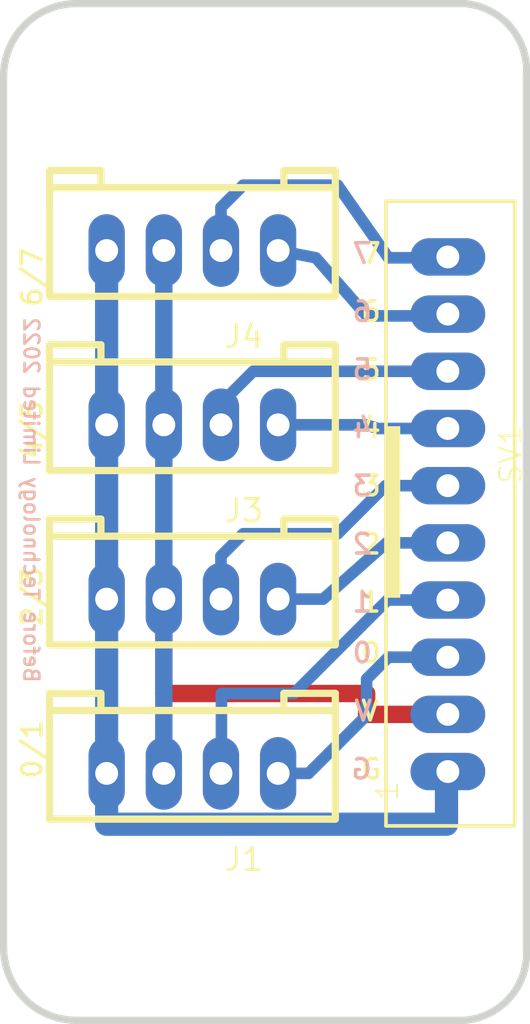
<source format=kicad_pcb>
(kicad_pcb (version 20211014) (generator pcbnew)
  (layers (0 "F.Cu" signal) (31 "B.Cu" signal) (34 "B.Paste" user) (35 "F.Paste" user) (36 "B.SilkS" user "B.Silkscreen") (37 "F.SilkS" user "F.Silkscreen") (38 "B.Mask" user) (39 "F.Mask" user) (44 "Edge.Cuts" user))
  (net 0 "")
  (net 1 "GND")
  (net 2 "N$1")
  (net 3 "N$3")
  (net 4 "N$4")
  (net 5 "N$5")
  (net 6 "N$6")
  (net 7 "N$7")
  (net 8 "N$8")
  (net 9 "N$9")
  (net 10 "N$10")
  (footprint "weaver_grovesil:HW4-2.0" (layer "F.Cu") (at 145.957245 114.1476 180)
    (fp_text reference "J1" (at -2.54 -2.54 180) (layer "F.SilkS") (effects (font (size 0.79121 0.79121) (thickness 0.09779)) (justify right top)))
    (fp_text value "4P-2.0")
    (fp_line (start -5 -1) (end -5 1) (layer "F.SilkS") (width 0.127))
    (fp_line (start -5 2.2) (end -3.2 2.2) (layer "F.SilkS") (width 0.254))
    (fp_line (start 3.2 2.8) (end 5 2.8) (layer "F.SilkS") (width 0.254))
    (fp_line (start -5 2.8) (end -3.2 2.8) (layer "F.SilkS") (width 0.254))
    (fp_line (start 5 -1.5) (end 5 1.5) (layer "F.SilkS") (width 0.254))
    (fp_line (start -5 -1.6) (end -5 2.2) (layer "F.SilkS") (width 0.254))
    (fp_line (start -5 -1.6) (end 5 -1.6) (layer "F.SilkS") (width 0.254))
    (fp_line (start 3.2 2.2) (end 5 2.2) (layer "F.SilkS") (width 0.254))
    (fp_line (start 5 2.8) (end 5 2.2) (layer "F.SilkS") (width 0.254))
    (fp_line (start -3.2 2.8) (end -3.2 2.2) (layer "F.SilkS") (width 0.254))
    (fp_line (start 3.2 2.2) (end 3.2 2.8) (layer "F.SilkS") (width 0.254))
    (fp_line (start -3.2 2.2) (end 3.2 2.2) (layer "F.SilkS") (width 0.254))
    (fp_line (start 5 2.2) (end 5 -1.6) (layer "F.SilkS") (width 0.254))
    (fp_line (start -5 2.2) (end -5 2.8) (layer "F.SilkS") (width 0.254))
    (pad "1" thru_hole oval (at -3 0 270) (size 2.54 1.27) (drill 0.8) (layers *.Cu *.Mask) (net 3 "N$3"))
    (pad "2" thru_hole oval (at -1 0 270) (size 2.54 1.27) (drill 0.8) (layers *.Cu *.Mask) (net 4 "N$4"))
    (pad "3" thru_hole oval (at 1 0 270) (size 2.54 1.27) (drill 0.8) (layers *.Cu *.Mask) (net 2 "N$1"))
    (pad "4" thru_hole oval (at 3 0 270) (size 2.54 1.27) (drill 0.8) (layers *.Cu *.Mask) (net 1 "GND"))
  )
  (footprint "weaver_grovesil:HW4-2.0" (layer "F.Cu") (at 145.957245 101.9556 180)
    (fp_text reference "J3" (at -2.54 -2.54 180) (layer "F.SilkS") (effects (font (size 0.79121 0.79121) (thickness 0.09779)) (justify right top)))
    (fp_text value "4P-2.0")
    (fp_line (start 3.2 2.2) (end 3.2 2.8) (layer "F.SilkS") (width 0.254))
    (fp_line (start 3.2 2.8) (end 5 2.8) (layer "F.SilkS") (width 0.254))
    (fp_line (start -5 2.2) (end -5 2.8) (layer "F.SilkS") (width 0.254))
    (fp_line (start -3.2 2.2) (end 3.2 2.2) (layer "F.SilkS") (width 0.254))
    (fp_line (start -5 2.2) (end -3.2 2.2) (layer "F.SilkS") (width 0.254))
    (fp_line (start 3.2 2.2) (end 5 2.2) (layer "F.SilkS") (width 0.254))
    (fp_line (start -5 2.8) (end -3.2 2.8) (layer "F.SilkS") (width 0.254))
    (fp_line (start -5 -1.6) (end 5 -1.6) (layer "F.SilkS") (width 0.254))
    (fp_line (start -5 -1) (end -5 1) (layer "F.SilkS") (width 0.127))
    (fp_line (start 5 2.2) (end 5 -1.6) (layer "F.SilkS") (width 0.254))
    (fp_line (start 5 -1.5) (end 5 1.5) (layer "F.SilkS") (width 0.254))
    (fp_line (start -5 -1.6) (end -5 2.2) (layer "F.SilkS") (width 0.254))
    (fp_line (start -3.2 2.8) (end -3.2 2.2) (layer "F.SilkS") (width 0.254))
    (fp_line (start 5 2.8) (end 5 2.2) (layer "F.SilkS") (width 0.254))
    (pad "1" thru_hole oval (at -3 0 270) (size 2.54 1.27) (drill 0.8) (layers *.Cu *.Mask) (net 7 "N$7"))
    (pad "2" thru_hole oval (at -1 0 270) (size 2.54 1.27) (drill 0.8) (layers *.Cu *.Mask) (net 8 "N$8"))
    (pad "3" thru_hole oval (at 1 0 270) (size 2.54 1.27) (drill 0.8) (layers *.Cu *.Mask) (net 2 "N$1"))
    (pad "4" thru_hole oval (at 3 0 270) (size 2.54 1.27) (drill 0.8) (layers *.Cu *.Mask) (net 1 "GND"))
  )
  (footprint "weaver_grovesil:JST_B10B-PH_HEADER" (layer "F.Cu") (at 154.847245 110.0836 -90)
    (fp_text reference "SV1" (at -6 -2.6825 -90) (layer "F.SilkS") (effects (font (size 0.747776 0.747776) (thickness 0.065024)) (justify left bottom)))
    (fp_text value "JST-PH_10-PIN_HEADER" hide)
    (fp_text user "1" (at 5.07 1.635 -90) (layer "F.SilkS") (effects (font (size 0.747776 0.747776) (thickness 0.065024)) (justify left bottom)))
    (fp_line (start 5.9 2.1175) (end -15.95 2.1175) (layer "F.SilkS") (width 0.127))
    (fp_line (start -15.95 2.1175) (end -15.95 -2.3825) (layer "F.SilkS") (width 0.127))
    (fp_line (start -15.95 -2.3825) (end 5.9 -2.3825) (layer "F.SilkS") (width 0.127))
    (fp_line (start 5.9 -2.3825) (end 5.9 2.1175) (layer "F.SilkS") (width 0.127))
    (fp_poly (pts (xy -8.08 2.1175) (xy -2.08 2.1175) (xy -2.08 1.6175) (xy -8.08 1.6175)) (layer "F.SilkS") (width 0) (fill solid))
    (pad "P1" thru_hole oval (at 4 -0.0475) (size 2.616 1.308) (drill 0.8) (layers *.Cu *.Mask) (net 1 "GND"))
    (pad "P2" thru_hole oval (at 2 -0.0475) (size 2.616 1.308) (drill 0.8) (layers *.Cu *.Mask) (net 2 "N$1"))
    (pad "P3" thru_hole oval (at 0 -0.0475) (size 2.616 1.308) (drill 0.8) (layers *.Cu *.Mask) (net 3 "N$3"))
    (pad "P4" thru_hole oval (at -2 -0.0475) (size 2.616 1.308) (drill 0.8) (layers *.Cu *.Mask) (net 4 "N$4"))
    (pad "P5" thru_hole oval (at -4 -0.0475) (size 2.616 1.308) (drill 0.8) (layers *.Cu *.Mask) (net 5 "N$5"))
    (pad "P6" thru_hole oval (at -6 -0.0475) (size 2.616 1.308) (drill 0.8) (layers *.Cu *.Mask) (net 6 "N$6"))
    (pad "P7" thru_hole oval (at -8 -0.0475) (size 2.616 1.308) (drill 0.8) (layers *.Cu *.Mask) (net 7 "N$7"))
    (pad "P8" thru_hole oval (at -10 -0.0475) (size 2.616 1.308) (drill 0.8) (layers *.Cu *.Mask) (net 8 "N$8"))
    (pad "P9" thru_hole oval (at -12 -0.0475) (size 2.616 1.308) (drill 0.8) (layers *.Cu *.Mask) (net 9 "N$9"))
    (pad "P10" thru_hole oval (at -14 -0.0475) (size 2.616 1.308) (drill 0.8) (layers *.Cu *.Mask) (net 10 "N$10"))
  )
  (footprint "" (layer "F.Cu") (at 150.021245 120.2436)
    (fp_text reference "@HOLE0" hide)
    (fp_text value "" (at 0 0) (layer "F.SilkS") (effects (font (size 1.27 1.27))))
    (pad "" np_thru_hole circle (at 0 0) (size 3.175 3.175) (drill 3.175) (layers *.Cu *.Mask))
  )
  (footprint "weaver_grovesil:HW4-2.0" (layer "F.Cu") (at 145.957245 108.0516 180)
    (fp_text reference "J2" hide)
    (fp_text value "4P-2.0" hide)
    (fp_line (start 5 -1.5) (end 5 1.5) (layer "F.SilkS") (width 0.254))
    (fp_line (start -5 -1.6) (end -5 2.2) (layer "F.SilkS") (width 0.254))
    (fp_line (start 3.2 2.8) (end 5 2.8) (layer "F.SilkS") (width 0.254))
    (fp_line (start -5 2.8) (end -3.2 2.8) (layer "F.SilkS") (width 0.254))
    (fp_line (start -3.2 2.2) (end 3.2 2.2) (layer "F.SilkS") (width 0.254))
    (fp_line (start -3.2 2.8) (end -3.2 2.2) (layer "F.SilkS") (width 0.254))
    (fp_line (start 5 2.2) (end 5 -1.6) (layer "F.SilkS") (width 0.254))
    (fp_line (start -5 2.2) (end -5 2.8) (layer "F.SilkS") (width 0.254))
    (fp_line (start -5 -1.6) (end 5 -1.6) (layer "F.SilkS") (width 0.254))
    (fp_line (start 3.2 2.2) (end 3.2 2.8) (layer "F.SilkS") (width 0.254))
    (fp_line (start 5 2.8) (end 5 2.2) (layer "F.SilkS") (width 0.254))
    (fp_line (start -5 -1) (end -5 1) (layer "F.SilkS") (width 0.127))
    (fp_line (start -5 2.2) (end -3.2 2.2) (layer "F.SilkS") (width 0.254))
    (fp_line (start 3.2 2.2) (end 5 2.2) (layer "F.SilkS") (width 0.254))
    (pad "1" thru_hole oval (at -3 0 270) (size 2.54 1.27) (drill 0.8) (layers *.Cu *.Mask) (net 5 "N$5"))
    (pad "2" thru_hole oval (at -1 0 270) (size 2.54 1.27) (drill 0.8) (layers *.Cu *.Mask) (net 6 "N$6"))
    (pad "3" thru_hole oval (at 1 0 270) (size 2.54 1.27) (drill 0.8) (layers *.Cu *.Mask) (net 2 "N$1"))
    (pad "4" thru_hole oval (at 3 0 270) (size 2.54 1.27) (drill 0.8) (layers *.Cu *.Mask) (net 1 "GND"))
  )
  (footprint "" (layer "F.Cu") (at 150.021245 89.7636)
    (fp_text reference "@HOLE1" hide)
    (fp_text value "" (at 0 0) (layer "F.SilkS") (effects (font (size 1.27 1.27))))
    (pad "" np_thru_hole circle (at 0 0) (size 3.175 3.175) (drill 3.175) (layers *.Cu *.Mask))
  )
  (footprint "weaver_grovesil:HW4-2.0" (layer "F.Cu") (at 145.957245 95.8596 180)
    (fp_text reference "J4" (at -2.54 -2.54 180) (layer "F.SilkS") (effects (font (size 0.79121 0.79121) (thickness 0.09779)) (justify right top)))
    (fp_text value "4P-2.0")
    (fp_line (start 5 -1.5) (end 5 1.5) (layer "F.SilkS") (width 0.254))
    (fp_line (start 3.2 2.2) (end 3.2 2.8) (layer "F.SilkS") (width 0.254))
    (fp_line (start -5 2.2) (end -3.2 2.2) (layer "F.SilkS") (width 0.254))
    (fp_line (start -5 -1.6) (end 5 -1.6) (layer "F.SilkS") (width 0.254))
    (fp_line (start 3.2 2.8) (end 5 2.8) (layer "F.SilkS") (width 0.254))
    (fp_line (start -3.2 2.2) (end 3.2 2.2) (layer "F.SilkS") (width 0.254))
    (fp_line (start -5 2.2) (end -5 2.8) (layer "F.SilkS") (width 0.254))
    (fp_line (start -5 -1.6) (end -5 2.2) (layer "F.SilkS") (width 0.254))
    (fp_line (start -5 2.8) (end -3.2 2.8) (layer "F.SilkS") (width 0.254))
    (fp_line (start 5 2.2) (end 5 -1.6) (layer "F.SilkS") (width 0.254))
    (fp_line (start 5 2.8) (end 5 2.2) (layer "F.SilkS") (width 0.254))
    (fp_line (start -3.2 2.8) (end -3.2 2.2) (layer "F.SilkS") (width 0.254))
    (fp_line (start 3.2 2.2) (end 5 2.2) (layer "F.SilkS") (width 0.254))
    (fp_line (start -5 -1) (end -5 1) (layer "F.SilkS") (width 0.127))
    (pad "1" thru_hole oval (at -3 0 270) (size 2.54 1.27) (drill 0.8) (layers *.Cu *.Mask) (net 9 "N$9"))
    (pad "2" thru_hole oval (at -1 0 270) (size 2.54 1.27) (drill 0.8) (layers *.Cu *.Mask) (net 10 "N$10"))
    (pad "3" thru_hole oval (at 1 0 270) (size 2.54 1.27) (drill 0.8) (layers *.Cu *.Mask) (net 2 "N$1"))
    (pad "4" thru_hole oval (at 3 0 270) (size 2.54 1.27) (drill 0.8) (layers *.Cu *.Mask) (net 1 "GND"))
  )
  (gr_arc (start 157.641245 120.2436) (mid 157.087796 121.960744) (end 155.482245 122.7836) (layer "Edge.Cuts") (width 0.254))
  (gr_arc (start 141.893245 122.7836) (mid 140.097194 122.039651) (end 139.353245 120.2436) (layer "Edge.Cuts") (width 0.254))
  (gr_line (start 155.482245 122.7836) (end 141.893245 122.7836) (layer "Edge.Cuts") (width 0.254))
  (gr_arc (start 139.353245 89.7636) (mid 140.097194 87.967549) (end 141.893245 87.2236) (layer "Edge.Cuts") (width 0.254))
  (gr_line (start 157.641245 89.7636) (end 157.641245 120.2436) (layer "Edge.Cuts") (width 0.254))
  (gr_line (start 141.893245 87.2236) (end 155.482245 87.2236) (layer "Edge.Cuts") (width 0.254))
  (gr_line (start 139.353245 89.7636) (end 139.353245 120.2436) (layer "Edge.Cuts") (width 0.254))
  (gr_arc (start 155.482245 87.2236) (mid 157.087796 88.046456) (end 157.641245 89.7636) (layer "Edge.Cuts") (width 0.254))
  (gr_text "4" (at 152.307245 102.4636) (layer "B.SilkS") (effects (font (size 0.69088 0.69088) (thickness 0.12192)) (justify left bottom mirror)))
  (gr_text "5" (at 152.307245 100.4316) (layer "B.SilkS") (effects (font (size 0.69088 0.69088) (thickness 0.12192)) (justify left bottom mirror)))
  (gr_text "7" (at 152.307245 96.3676) (layer "B.SilkS") (effects (font (size 0.69088 0.69088) (thickness 0.12192)) (justify left bottom mirror)))
  (gr_text "6" (at 152.307245 98.3996) (layer "B.SilkS") (effects (font (size 0.69088 0.69088) (thickness 0.12192)) (justify left bottom mirror)))
  (gr_text "0" (at 152.307245 110.3376) (layer "B.SilkS") (effects (font (size 0.69088 0.69088) (thickness 0.12192)) (justify left bottom mirror)))
  (gr_text "2" (at 152.307245 106.5276) (layer "B.SilkS") (effects (font (size 0.69088 0.69088) (thickness 0.12192)) (justify left bottom mirror)))
  (gr_text "G" (at 152.307245 114.4016) (layer "B.SilkS") (effects (font (size 0.69088 0.69088) (thickness 0.12192)) (justify left bottom mirror)))
  (gr_text "1" (at 152.307245 108.5596) (layer "B.SilkS") (effects (font (size 0.69088 0.69088) (thickness 0.12192)) (justify left bottom mirror)))
  (gr_text "Before Technology Limited 2022" (at 140.623245 98.1456 -90) (layer "B.SilkS") (effects (font (size 0.51816 0.51816) (thickness 0.09144)) (justify right top mirror)))
  (gr_text "3" (at 152.307245 104.4956) (layer "B.SilkS") (effects (font (size 0.69088 0.69088) (thickness 0.12192)) (justify left bottom mirror)))
  (gr_text "V" (at 152.307245 112.3696) (layer "B.SilkS") (effects (font (size 0.69088 0.69088) (thickness 0.12192)) (justify left bottom mirror)))
  (gr_text "4" (at 151.799245 102.4636) (layer "F.SilkS") (effects (font (size 0.69088 0.69088) (thickness 0.12192)) (justify left bottom)))
  (gr_text "V" (at 151.799245 112.3696) (layer "F.SilkS") (effects (font (size 0.69088 0.69088) (thickness 0.12192)) (justify left bottom)))
  (gr_text "6" (at 151.799245 98.3996) (layer "F.SilkS") (effects (font (size 0.69088 0.69088) (thickness 0.12192)) (justify left bottom)))
  (gr_text "G" (at 151.799245 114.4016) (layer "F.SilkS") (effects (font (size 0.69088 0.69088) (thickness 0.12192)) (justify left bottom)))
  (gr_text "7" (at 151.799245 96.3676) (layer "F.SilkS") (effects (font (size 0.69088 0.69088) (thickness 0.12192)) (justify left bottom)))
  (gr_text "2/3" (at 140.750245 109.0676 90) (layer "F.SilkS") (effects (font (size 0.69088 0.69088) (thickness 0.12192)) (justify left bottom)))
  (gr_text "5" (at 151.799245 100.4316) (layer "F.SilkS") (effects (font (size 0.69088 0.69088) (thickness 0.12192)) (justify left bottom)))
  (gr_text "1" (at 151.799245 108.5596) (layer "F.SilkS") (effects (font (size 0.69088 0.69088) (thickness 0.12192)) (justify left bottom)))
  (gr_text "3" (at 151.799245 104.4956) (layer "F.SilkS") (effects (font (size 0.69088 0.69088) (thickness 0.12192)) (justify left bottom)))
  (gr_text "2" (at 151.799245 106.5276) (layer "F.SilkS") (effects (font (size 0.69088 0.69088) (thickness 0.12192)) (justify left bottom)))
  (gr_text "4/5" (at 140.750245 103.2256 90) (layer "F.SilkS") (effects (font (size 0.69088 0.69088) (thickness 0.12192)) (justify left bottom)))
  (gr_text "6/7" (at 140.750245 97.8916 90) (layer "F.SilkS") (effects (font (size 0.69088 0.69088) (thickness 0.12192)) (justify left bottom)))
  (gr_text "0/1" (at 140.750245 114.4016 90) (layer "F.SilkS") (effects (font (size 0.69088 0.69088) (thickness 0.12192)) (justify left bottom)))
  (gr_text "0" (at 151.799245 110.3376) (layer "F.SilkS") (effects (font (size 0.69088 0.69088) (thickness 0.12192)) (justify left bottom)))
  (segment (start 142.957245 115.9256) (end 142.957245 114.1476) (width 0.8128) (layer "B.Cu") (net 1))
  (segment (start 154.847245 114.0836) (end 154.847245 115.9256) (width 0.8128) (layer "B.Cu") (net 1))
  (segment (start 154.847245 115.9256) (end 142.957245 115.9256) (width 0.8128) (layer "B.Cu") (net 1))
  (segment (start 154.894745 114.0836) (end 154.847245 114.0836) (width 1.016) (layer "B.Cu") (net 1))
  (segment (start 142.957245 95.8596) (end 142.957245 101.9556) (width 0.8128) (layer "B.Cu") (net 1))
  (segment (start 142.957245 114.1476) (end 142.957245 108.0516) (width 0.8128) (layer "B.Cu") (net 1))
  (segment (start 142.957245 101.9556) (end 142.957245 108.0516) (width 0.8128) (layer "B.Cu") (net 1))
  (segment (start 154.894745 112.0836) (end 152.053245 112.0836) (width 0.6096) (layer "F.Cu") (net 2))
  (segment (start 152.053245 111.3536) (end 144.957245 111.3536) (width 0.6096) (layer "F.Cu") (net 2))
  (segment (start 152.053245 112.0836) (end 152.053245 111.3536) (width 0.6096) (layer "F.Cu") (net 2))
  (segment (start 144.957245 111.3536) (end 144.957245 108.0516) (width 0.6096) (layer "F.Cu") (net 2))
  (segment (start 144.957245 108.0516) (end 144.957245 101.9556) (width 0.6096) (layer "B.Cu") (net 2))
  (segment (start 144.957245 114.1476) (end 144.957245 108.0516) (width 0.6096) (layer "B.Cu") (net 2))
  (segment (start 144.957245 95.8596) (end 144.957245 101.9556) (width 0.6096) (layer "B.Cu") (net 2))
  (segment (start 152.053245 112.1156) (end 152.053245 110.8456) (width 0.4064) (layer "B.Cu") (net 3))
  (segment (start 150.021245 114.1476) (end 152.053245 112.1156) (width 0.4064) (layer "B.Cu") (net 3))
  (segment (start 152.053245 110.8456) (end 152.815245 110.0836) (width 0.4064) (layer "B.Cu") (net 3))
  (segment (start 148.957245 114.1476) (end 150.021245 114.1476) (width 0.4064) (layer "B.Cu") (net 3))
  (segment (start 152.815245 110.0836) (end 154.894745 110.0836) (width 0.4064) (layer "B.Cu") (net 3))
  (segment (start 149.513245 111.3536) (end 146.973245 111.3536) (width 0.4064) (layer "B.Cu") (net 4))
  (segment (start 146.973245 113.8776) (end 146.957245 114.1476) (width 0.4064) (layer "B.Cu") (net 4))
  (segment (start 154.894745 108.0836) (end 152.783245 108.0836) (width 0.4064) (layer "B.Cu") (net 4))
  (segment (start 146.973245 111.3536) (end 146.973245 113.8776) (width 0.4064) (layer "B.Cu") (net 4))
  (segment (start 152.783245 108.0836) (end 149.513245 111.3536) (width 0.4064) (layer "B.Cu") (net 4))
  (segment (start 148.957245 108.0516) (end 150.529245 108.0516) (width 0.4064) (layer "B.Cu") (net 5))
  (segment (start 154.894745 106.0836) (end 152.751245 106.0836) (width 0.4064) (layer "B.Cu") (net 5))
  (segment (start 150.529245 108.0516) (end 152.751245 106.0836) (width 0.4064) (layer "B.Cu") (net 5))
  (segment (start 147.735245 105.7656) (end 151.037245 105.7656) (width 0.4064) (layer "B.Cu") (net 6))
  (segment (start 146.957245 108.0516) (end 146.957245 106.5436) (width 0.4064) (layer "B.Cu") (net 6))
  (segment (start 146.957245 106.5436) (end 147.735245 105.7656) (width 0.4064) (layer "B.Cu") (net 6))
  (segment (start 154.894745 104.0836) (end 152.719245 104.0836) (width 0.4064) (layer "B.Cu") (net 6))
  (segment (start 151.037245 105.7656) (end 152.719245 104.0836) (width 0.4064) (layer "B.Cu") (net 6))
  (segment (start 152.053245 101.9556) (end 152.433245 102.0836) (width 0.4064) (layer "B.Cu") (net 7))
  (segment (start 154.894745 102.0836) (end 152.433245 102.0836) (width 0.4064) (layer "B.Cu") (net 7))
  (segment (start 148.957245 101.9556) (end 152.053245 101.9556) (width 0.4064) (layer "B.Cu") (net 7))
  (segment (start 146.973245 101.1936) (end 146.973245 102.9556) (width 0.4064) (layer "B.Cu") (net 8))
  (segment (start 146.973245 102.9556) (end 146.957245 101.9556) (width 0.4064) (layer "B.Cu") (net 8))
  (segment (start 154.894745 100.0836) (end 148.083245 100.0836) (width 0.4064) (layer "B.Cu") (net 8))
  (segment (start 148.083245 100.0836) (end 146.973245 101.1936) (width 0.4064) (layer "B.Cu") (net 8))
  (segment (start 152.053245 98.1456) (end 154.832745 98.1456) (width 0.4064) (layer "B.Cu") (net 9))
  (segment (start 154.832745 98.1456) (end 154.894745 98.0836) (width 0.4064) (layer "B.Cu") (net 9))
  (segment (start 148.957245 95.8596) (end 150.275245 96.1136) (width 0.4064) (layer "B.Cu") (net 9))
  (segment (start 150.275245 96.1136) (end 152.053245 98.1456) (width 0.4064) (layer "B.Cu") (net 9))
  (segment (start 151.037245 93.5736) (end 152.815245 96.1136) (width 0.4064) (layer "B.Cu") (net 10))
  (segment (start 152.815245 96.1136) (end 154.864745 96.1136) (width 0.4064) (layer "B.Cu") (net 10))
  (segment (start 146.957245 95.8596) (end 146.957245 94.3516) (width 0.4064) (layer "B.Cu") (net 10))
  (segment (start 147.735245 93.5736) (end 151.037245 93.5736) (width 0.4064) (layer "B.Cu") (net 10))
  (segment (start 146.957245 94.3516) (end 147.735245 93.5736) (width 0.4064) (layer "B.Cu") (net 10))
  (segment (start 154.864745 96.1136) (end 154.894745 96.0836) (width 0.4064) (layer "B.Cu") (net 10))
)
</source>
